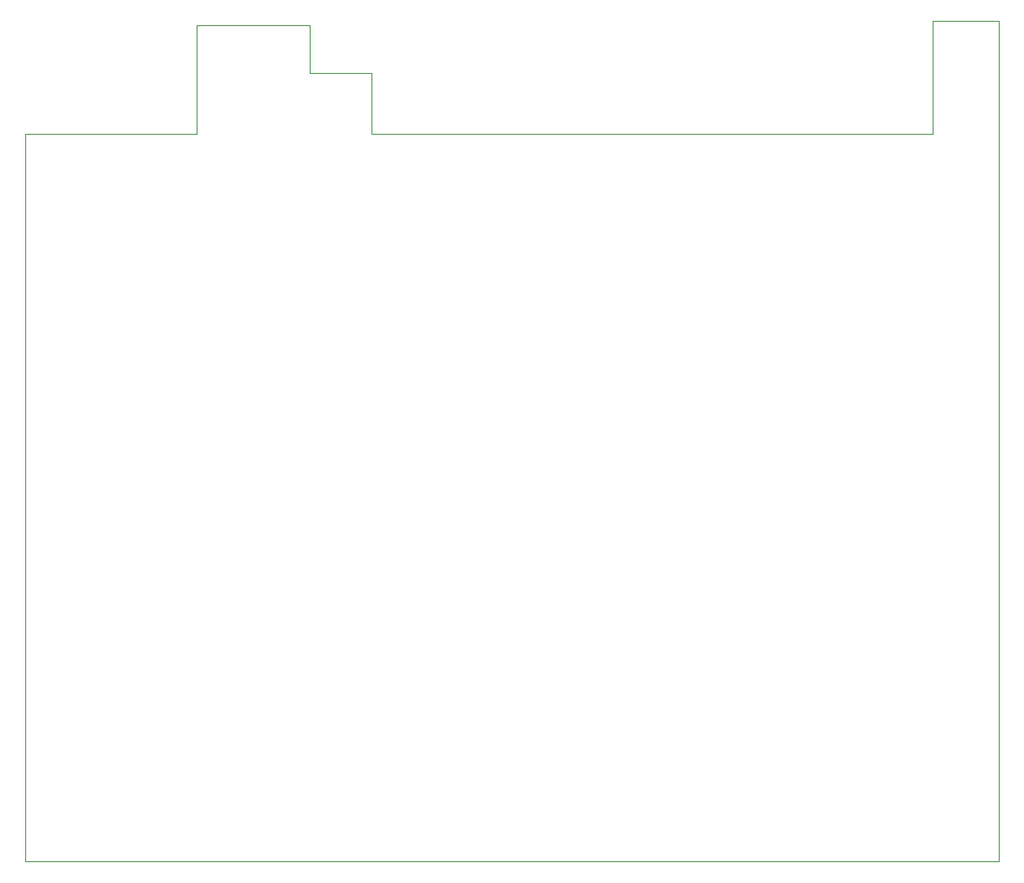
<source format=gko>
%TF.GenerationSoftware,KiCad,Pcbnew,(6.0.9)*%
%TF.CreationDate,2023-01-09T12:53:46+09:00*%
%TF.ProjectId,split-mini__left,73706c69-742d-46d6-996e-695f5f6c6566,rev?*%
%TF.SameCoordinates,Original*%
%TF.FileFunction,Profile,NP*%
%FSLAX46Y46*%
G04 Gerber Fmt 4.6, Leading zero omitted, Abs format (unit mm)*
G04 Created by KiCad (PCBNEW (6.0.9)) date 2023-01-09 12:53:46*
%MOMM*%
%LPD*%
G01*
G04 APERTURE LIST*
%TA.AperFunction,Profile*%
%ADD10C,0.100000*%
%TD*%
G04 APERTURE END LIST*
D10*
X45300000Y-24800000D02*
X51300000Y-24800000D01*
X112386197Y-19800000D02*
X112386197Y-101650000D01*
X34300000Y-20168424D02*
X45300000Y-20168424D01*
X17586197Y-30800000D02*
X34300000Y-30800000D01*
X105886197Y-19800000D02*
X112386197Y-19800000D01*
X105886197Y-30800000D02*
X105886197Y-19800000D01*
X34300000Y-30800000D02*
X34300000Y-20168424D01*
X17586197Y-101650000D02*
X17586197Y-30800000D01*
X51300000Y-24800000D02*
X51300000Y-30800000D01*
X51300000Y-30800000D02*
X105886197Y-30800000D01*
X45300000Y-20168424D02*
X45300000Y-24800000D01*
X112386197Y-101650000D02*
X17586197Y-101650000D01*
M02*

</source>
